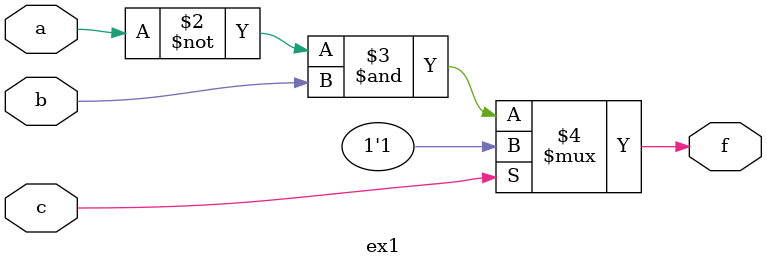
<source format=v>
module ex1(a,b,c,f);
input a,b,c;
output f;

assign f = (c==1'b0) ? ~a&b : 1'b1;

endmodule

</source>
